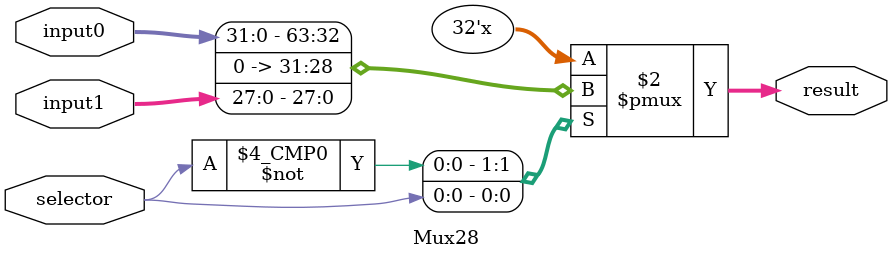
<source format=v>
module Mux28
(
	input wire selector,
	input wire [31:0]input0,
	input wire [27:0]input1,
	output reg [31:0]result
);

	always @(*)
		begin
			case (selector)
				1'b0: 
					begin
						result <= input0;
					end
				1'b1:
					begin
						result <= {4'b0000, input1};
					end
				default:
					begin
						result <= 32'bxxxxxxxxxxxxxxxxxxxxxxxxxxxxxxxx;
					end
			endcase
		end

endmodule 
</source>
